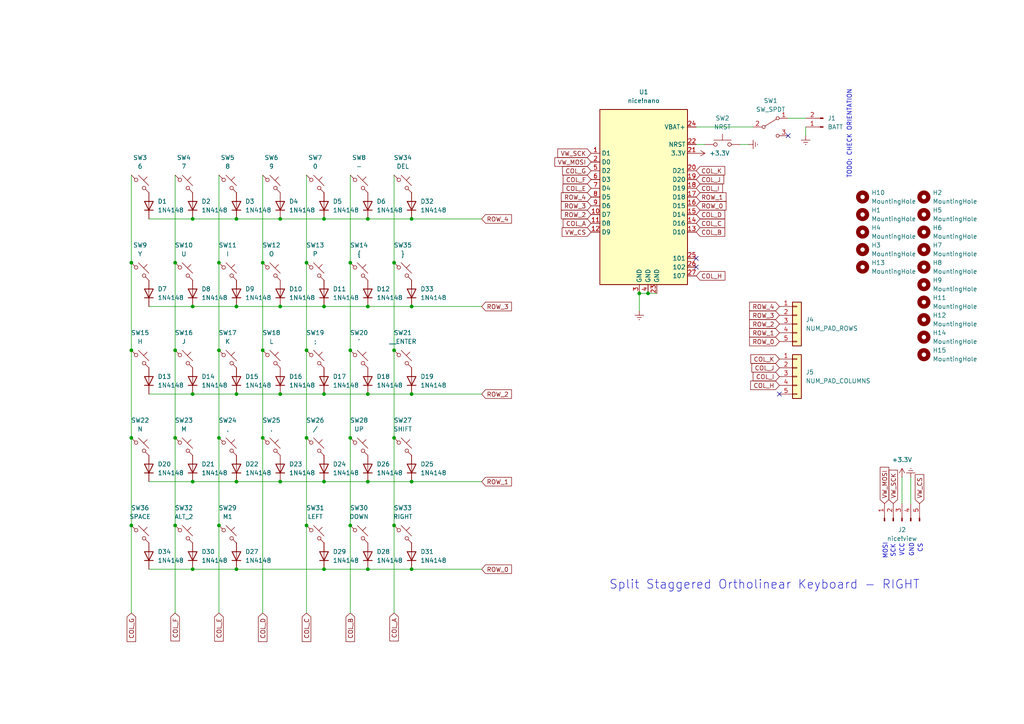
<source format=kicad_sch>
(kicad_sch (version 20231120) (generator "eeschema") (generator_version "8.0")
  (paper "A4")
  (junction (at 55.88 165.1))
  (junction (at 88.9 127))
  (junction (at 55.88 63.5))
  (junction (at 93.98 88.9))
  (junction (at 106.68 114.3))
  (junction (at 106.68 63.5))
  (junction (at 76.2 101.6))
  (junction (at 68.58 88.9))
  (junction (at 106.68 165.1))
  (junction (at 114.3 152.4))
  (junction (at 68.58 114.3))
  (junction (at 119.38 63.5))
  (junction (at 185.42 85.09))
  (junction (at 55.88 139.7))
  (junction (at 38.1 76.2))
  (junction (at 76.2 76.2))
  (junction (at 187.96 85.09))
  (junction (at 38.1 127))
  (junction (at 93.98 63.5))
  (junction (at 38.1 101.6))
  (junction (at 101.6 76.2))
  (junction (at 93.98 114.3))
  (junction (at 76.2 127))
  (junction (at 114.3 101.6))
  (junction (at 55.88 88.9))
  (junction (at 88.9 152.4))
  (junction (at 50.8 127))
  (junction (at 81.28 114.3))
  (junction (at 101.6 152.4))
  (junction (at 119.38 165.1))
  (junction (at 81.28 63.5))
  (junction (at 50.8 152.4))
  (junction (at 101.6 101.6))
  (junction (at 119.38 114.3))
  (junction (at 119.38 88.9))
  (junction (at 63.5 152.4))
  (junction (at 114.3 127))
  (junction (at 63.5 101.6))
  (junction (at 50.8 76.2))
  (junction (at 63.5 76.2))
  (junction (at 50.8 101.6))
  (junction (at 68.58 165.1))
  (junction (at 81.28 139.7))
  (junction (at 63.5 127))
  (junction (at 88.9 76.2))
  (junction (at 114.3 76.2))
  (junction (at 68.58 139.7))
  (junction (at 106.68 88.9))
  (junction (at 68.58 63.5))
  (junction (at 88.9 101.6))
  (junction (at 93.98 139.7))
  (junction (at 81.28 88.9))
  (junction (at 106.68 139.7))
  (junction (at 93.98 165.1))
  (junction (at 101.6 127))
  (junction (at 55.88 114.3))
  (junction (at 119.38 139.7))
  (junction (at 38.1 152.4))
  (no_connect (at 226.06 114.3))
  (no_connect (at 201.93 74.93))
  (no_connect (at 201.93 77.47))
  (no_connect (at 228.6 39.37))
  (wire (pts (xy 76.2 101.6) (xy 76.2 127)))
  (wire (pts (xy 88.9 76.2) (xy 88.9 101.6)))
  (wire (pts (xy 114.3 50.8) (xy 114.3 76.2)))
  (wire (pts (xy 101.6 50.8) (xy 101.6 76.2)))
  (wire (pts (xy 88.9 50.8) (xy 88.9 76.2)))
  (wire (pts (xy 43.18 63.5) (xy 55.88 63.5)))
  (wire (pts (xy 93.98 165.1) (xy 106.68 165.1)))
  (wire (pts (xy 185.42 90.17) (xy 185.42 85.09)))
  (wire (pts (xy 93.98 114.3) (xy 106.68 114.3)))
  (wire (pts (xy 81.28 139.7) (xy 93.98 139.7)))
  (wire (pts (xy 38.1 127) (xy 38.1 152.4)))
  (wire (pts (xy 50.8 76.2) (xy 50.8 101.6)))
  (wire (pts (xy 114.3 152.4) (xy 114.3 177.8)))
  (wire (pts (xy 204.47 41.91) (xy 201.93 41.91)))
  (wire (pts (xy 106.68 63.5) (xy 119.38 63.5)))
  (wire (pts (xy 55.88 114.3) (xy 68.58 114.3)))
  (wire (pts (xy 38.1 101.6) (xy 38.1 127)))
  (wire (pts (xy 119.38 114.3) (xy 139.7 114.3)))
  (wire (pts (xy 119.38 63.5) (xy 139.7 63.5)))
  (wire (pts (xy 63.5 50.8) (xy 63.5 76.2)))
  (wire (pts (xy 101.6 101.6) (xy 101.6 127)))
  (wire (pts (xy 81.28 114.3) (xy 93.98 114.3)))
  (wire (pts (xy 187.96 85.09) (xy 190.5 85.09)))
  (wire (pts (xy 93.98 63.5) (xy 106.68 63.5)))
  (wire (pts (xy 261.62 138.43) (xy 261.62 146.05)))
  (wire (pts (xy 106.68 88.9) (xy 119.38 88.9)))
  (wire (pts (xy 68.58 165.1) (xy 93.98 165.1)))
  (wire (pts (xy 185.42 85.09) (xy 187.96 85.09)))
  (wire (pts (xy 233.68 36.83) (xy 233.68 39.37)))
  (wire (pts (xy 228.6 34.29) (xy 233.68 34.29)))
  (wire (pts (xy 55.88 165.1) (xy 68.58 165.1)))
  (wire (pts (xy 63.5 127) (xy 63.5 152.4)))
  (wire (pts (xy 55.88 63.5) (xy 68.58 63.5)))
  (wire (pts (xy 43.18 114.3) (xy 55.88 114.3)))
  (wire (pts (xy 101.6 127) (xy 101.6 152.4)))
  (wire (pts (xy 88.9 101.6) (xy 88.9 127)))
  (wire (pts (xy 214.63 41.91) (xy 217.17 41.91)))
  (wire (pts (xy 119.38 165.1) (xy 139.7 165.1)))
  (wire (pts (xy 50.8 152.4) (xy 50.8 177.8)))
  (wire (pts (xy 106.68 139.7) (xy 119.38 139.7)))
  (wire (pts (xy 43.18 88.9) (xy 55.88 88.9)))
  (wire (pts (xy 63.5 76.2) (xy 63.5 101.6)))
  (wire (pts (xy 55.88 139.7) (xy 68.58 139.7)))
  (wire (pts (xy 93.98 139.7) (xy 106.68 139.7)))
  (wire (pts (xy 119.38 139.7) (xy 139.7 139.7)))
  (wire (pts (xy 101.6 152.4) (xy 101.6 177.8)))
  (wire (pts (xy 76.2 50.8) (xy 76.2 76.2)))
  (wire (pts (xy 101.6 76.2) (xy 101.6 101.6)))
  (wire (pts (xy 68.58 88.9) (xy 81.28 88.9)))
  (wire (pts (xy 55.88 88.9) (xy 68.58 88.9)))
  (wire (pts (xy 88.9 127) (xy 88.9 152.4)))
  (wire (pts (xy 76.2 76.2) (xy 76.2 101.6)))
  (wire (pts (xy 264.16 138.43) (xy 264.16 146.05)))
  (wire (pts (xy 68.58 139.7) (xy 81.28 139.7)))
  (wire (pts (xy 93.98 88.9) (xy 106.68 88.9)))
  (wire (pts (xy 88.9 152.4) (xy 88.9 177.8)))
  (wire (pts (xy 63.5 152.4) (xy 63.5 177.8)))
  (wire (pts (xy 81.28 63.5) (xy 93.98 63.5)))
  (wire (pts (xy 50.8 50.8) (xy 50.8 76.2)))
  (wire (pts (xy 201.93 36.83) (xy 218.44 36.83)))
  (wire (pts (xy 114.3 101.6) (xy 114.3 127)))
  (wire (pts (xy 119.38 88.9) (xy 139.7 88.9)))
  (wire (pts (xy 68.58 114.3) (xy 81.28 114.3)))
  (wire (pts (xy 76.2 127) (xy 76.2 177.8)))
  (wire (pts (xy 38.1 76.2) (xy 38.1 101.6)))
  (wire (pts (xy 106.68 165.1) (xy 119.38 165.1)))
  (wire (pts (xy 114.3 127) (xy 114.3 152.4)))
  (wire (pts (xy 114.3 76.2) (xy 114.3 101.6)))
  (wire (pts (xy 50.8 101.6) (xy 50.8 127)))
  (wire (pts (xy 50.8 127) (xy 50.8 152.4)))
  (wire (pts (xy 81.28 88.9) (xy 93.98 88.9)))
  (wire (pts (xy 68.58 63.5) (xy 81.28 63.5)))
  (wire (pts (xy 38.1 152.4) (xy 38.1 177.8)))
  (wire (pts (xy 63.5 101.6) (xy 63.5 127)))
  (wire (pts (xy 106.68 114.3) (xy 119.38 114.3)))
  (wire (pts (xy 38.1 50.8) (xy 38.1 76.2)))
  (wire (pts (xy 43.18 165.1) (xy 55.88 165.1)))
  (wire (pts (xy 43.18 139.7) (xy 55.88 139.7)))
  (text "TODO: CHECK ORIENTATION" (at 246.38 38.862 90) (effects (font (size 1.27 1.27))))
  (text "Split Staggered Ortholinear Keyboard - RIGHT" (at 221.742 169.672 0) (effects (font (size 2.54 2.54))))
  (text "CS" (at 266.954 159.004 90) (effects (font (size 1.27 1.27))))
  (text "VCC" (at 261.62 159.512 90) (effects (font (size 1.27 1.27))))
  (text "MOSI" (at 256.794 159.766 90) (effects (font (size 1.27 1.27))))
  (text "GND" (at 264.414 159.512 90) (effects (font (size 1.27 1.27))))
  (text "SCK" (at 259.08 159.766 90) (effects (font (size 1.27 1.27))))
  (global_label "COL_B" (shape input) (at 101.6 177.8 270) (property "Intersheetrefs" "${INTERSHEET_REFS}" (effects (hide yes))))
  (global_label "VW_CS" (shape input) (at 266.7 146.05 90) (property "Intersheetrefs" "${INTERSHEET_REFS}" (effects (hide yes))))
  (global_label "VW_MOSI" (shape input) (at 171.45 46.99 180) (property "Intersheetrefs" "${INTERSHEET_REFS}" (effects (hide yes))))
  (global_label "COL_J" (shape input) (at 226.06 106.68 180) (property "Intersheetrefs" "${INTERSHEET_REFS}" (effects (hide yes))))
  (global_label "ROW_1" (shape input) (at 201.93 57.15 0) (property "Intersheetrefs" "${INTERSHEET_REFS}" (effects (hide yes))))
  (global_label "ROW_4" (shape input) (at 171.45 57.15 180) (property "Intersheetrefs" "${INTERSHEET_REFS}" (effects (hide yes))))
  (global_label "COL_C" (shape input) (at 88.9 177.8 270) (property "Intersheetrefs" "${INTERSHEET_REFS}" (effects (hide yes))))
  (global_label "COL_K" (shape input) (at 201.93 49.53 0) (property "Intersheetrefs" "${INTERSHEET_REFS}" (effects (hide yes))))
  (global_label "VW_SCK" (shape input) (at 259.08 146.05 90) (property "Intersheetrefs" "${INTERSHEET_REFS}" (effects (hide yes))))
  (global_label "ROW_1" (shape input) (at 226.06 96.52 180) (property "Intersheetrefs" "${INTERSHEET_REFS}" (effects (hide yes))))
  (global_label "ROW_0" (shape input) (at 139.7 165.1 0) (property "Intersheetrefs" "${INTERSHEET_REFS}" (effects (hide yes))))
  (global_label "COL_A" (shape input) (at 171.45 64.77 180) (property "Intersheetrefs" "${INTERSHEET_REFS}" (effects (hide yes))))
  (global_label "COL_I" (shape input) (at 226.06 109.22 180) (property "Intersheetrefs" "${INTERSHEET_REFS}" (effects (hide yes))))
  (global_label "COL_C" (shape input) (at 201.93 64.77 0) (property "Intersheetrefs" "${INTERSHEET_REFS}" (effects (hide yes))))
  (global_label "ROW_4" (shape input) (at 226.06 88.9 180) (property "Intersheetrefs" "${INTERSHEET_REFS}" (effects (hide yes))))
  (global_label "ROW_2" (shape input) (at 226.06 93.98 180) (property "Intersheetrefs" "${INTERSHEET_REFS}" (effects (hide yes))))
  (global_label "COL_E" (shape input) (at 171.45 54.61 180) (property "Intersheetrefs" "${INTERSHEET_REFS}" (effects (hide yes))))
  (global_label "COL_G" (shape input) (at 38.1 177.8 270) (property "Intersheetrefs" "${INTERSHEET_REFS}" (effects (hide yes))))
  (global_label "COL_A" (shape input) (at 114.3 177.8 270) (property "Intersheetrefs" "${INTERSHEET_REFS}" (effects (hide yes))))
  (global_label "COL_D" (shape input) (at 76.2 177.8 270) (property "Intersheetrefs" "${INTERSHEET_REFS}" (effects (hide yes))))
  (global_label "ROW_4" (shape input) (at 139.7 63.5 0) (property "Intersheetrefs" "${INTERSHEET_REFS}" (effects (hide yes))))
  (global_label "VW_SCK" (shape input) (at 171.45 44.45 180) (property "Intersheetrefs" "${INTERSHEET_REFS}" (effects (hide yes))))
  (global_label "COL_B" (shape input) (at 201.93 67.31 0) (property "Intersheetrefs" "${INTERSHEET_REFS}" (effects (hide yes))))
  (global_label "ROW_3" (shape input) (at 171.45 59.69 180) (property "Intersheetrefs" "${INTERSHEET_REFS}" (effects (hide yes))))
  (global_label "COL_E" (shape input) (at 63.5 177.8 270) (property "Intersheetrefs" "${INTERSHEET_REFS}" (effects (hide yes))))
  (global_label "ROW_2" (shape input) (at 171.45 62.23 180) (property "Intersheetrefs" "${INTERSHEET_REFS}" (effects (hide yes))))
  (global_label "VW_MOSI" (shape input) (at 256.54 146.05 90) (property "Intersheetrefs" "${INTERSHEET_REFS}" (effects (hide yes))))
  (global_label "COL_I" (shape input) (at 201.93 54.61 0) (property "Intersheetrefs" "${INTERSHEET_REFS}" (effects (hide yes))))
  (global_label "COL_H" (shape input) (at 201.93 80.01 0) (property "Intersheetrefs" "${INTERSHEET_REFS}" (effects (hide yes))))
  (global_label "VW_CS" (shape input) (at 171.45 67.31 180) (property "Intersheetrefs" "${INTERSHEET_REFS}" (effects (hide yes))))
  (global_label "ROW_0" (shape input) (at 226.06 99.06 180) (property "Intersheetrefs" "${INTERSHEET_REFS}" (effects (hide yes))))
  (global_label "COL_F" (shape input) (at 171.45 52.07 180) (property "Intersheetrefs" "${INTERSHEET_REFS}" (effects (hide yes))))
  (global_label "COL_F" (shape input) (at 50.8 177.8 270) (property "Intersheetrefs" "${INTERSHEET_REFS}" (effects (hide yes))))
  (global_label "COL_K" (shape input) (at 226.06 104.14 180) (property "Intersheetrefs" "${INTERSHEET_REFS}" (effects (hide yes))))
  (global_label "COL_H" (shape input) (at 226.06 111.76 180) (property "Intersheetrefs" "${INTERSHEET_REFS}" (effects (hide yes))))
  (global_label "COL_D" (shape input) (at 201.93 62.23 0) (property "Intersheetrefs" "${INTERSHEET_REFS}" (effects (hide yes))))
  (global_label "ROW_0" (shape input) (at 201.93 59.69 0) (property "Intersheetrefs" "${INTERSHEET_REFS}" (effects (hide yes))))
  (global_label "COL_J" (shape input) (at 201.93 52.07 0) (property "Intersheetrefs" "${INTERSHEET_REFS}" (effects (hide yes))))
  (global_label "ROW_2" (shape input) (at 139.7 114.3 0) (property "Intersheetrefs" "${INTERSHEET_REFS}" (effects (hide yes))))
  (global_label "ROW_3" (shape input) (at 139.7 88.9 0) (property "Intersheetrefs" "${INTERSHEET_REFS}" (effects (hide yes))))
  (global_label "ROW_1" (shape input) (at 139.7 139.7 0) (property "Intersheetrefs" "${INTERSHEET_REFS}" (effects (hide yes))))
  (global_label "ROW_3" (shape input) (at 226.06 91.44 180) (property "Intersheetrefs" "${INTERSHEET_REFS}" (effects (hide yes))))
  (global_label "COL_G" (shape input) (at 171.45 49.53 180) (property "Intersheetrefs" "${INTERSHEET_REFS}" (effects (hide yes))))
  (symbol (lib_id "ScottoKeebs:Placeholder_Keyswitch") (at 53.34 78.74 0) (unit 1)
    (property "Reference" "SW10" (at 53.34 71.12 0))
    (property "Value" "U" (at 53.34 73.66 0))
    (property "Footprint" "ScottoKeebs_Hotswap:Hotswap_Choc_V1V2" (effects (hide yes)))
    (property "Description" "Push button switch, normally open, two pins, 45° tilted" (effects (hide yes)))
  )
  (symbol (lib_id "synth:D_Signal (1N4148)") (at 81.28 59.69 90) (unit 1)
    (property "Reference" "D4" (at 83.82 58.4199 90) (effects (justify right)))
    (property "Value" "1N4148" (at 83.82 60.9599 90) (effects (justify right)))
    (property "Footprint" "Synth:D_SMD-THT" (effects (hide yes)))
    (property "Datasheet" "https://assets.nexperia.com/documents/data-sheet/1N4148_1N4448.pdf" (effects (hide yes)))
    (property "Description" "100V 0.15A standard switching diode, DO-35" (effects (hide yes)))
    (property "Sim.Device" "D" (effects (hide yes)))
    (property "Sim.Pins" "1=K 2=A" (effects (hide yes)))
  )
  (symbol (lib_id "ScottoKeebs:Placeholder_Keyswitch") (at 53.34 154.94 0) (unit 1)
    (property "Reference" "SW32" (at 53.34 147.32 0))
    (property "Value" "ALT_2" (at 53.34 149.86 0))
    (property "Footprint" "ScottoKeebs_Hotswap:Hotswap_Choc_V1V2" (effects (hide yes)))
    (property "Description" "Push button switch, normally open, two pins, 45° tilted" (effects (hide yes)))
  )
  (symbol (lib_id "synth:D_Signal (1N4148)") (at 55.88 161.29 90) (unit 1)
    (property "Reference" "D30" (at 58.42 160.0199 90) (effects (justify right)))
    (property "Value" "1N4148" (at 58.42 162.5599 90) (effects (justify right)))
    (property "Footprint" "Synth:D_SMD-THT" (effects (hide yes)))
    (property "Datasheet" "https://assets.nexperia.com/documents/data-sheet/1N4148_1N4448.pdf" (effects (hide yes)))
    (property "Description" "100V 0.15A standard switching diode, DO-35" (effects (hide yes)))
    (property "Sim.Device" "D" (effects (hide yes)))
    (property "Sim.Pins" "1=K 2=A" (effects (hide yes)))
  )
  (symbol (lib_id "synth:D_Signal (1N4148)") (at 68.58 59.69 90) (unit 1)
    (property "Reference" "D3" (at 71.12 58.4199 90) (effects (justify right)))
    (property "Value" "1N4148" (at 71.12 60.9599 90) (effects (justify right)))
    (property "Footprint" "Synth:D_SMD-THT" (effects (hide yes)))
    (property "Datasheet" "https://assets.nexperia.com/documents/data-sheet/1N4148_1N4448.pdf" (effects (hide yes)))
    (property "Description" "100V 0.15A standard switching diode, DO-35" (effects (hide yes)))
    (property "Sim.Device" "D" (effects (hide yes)))
    (property "Sim.Pins" "1=K 2=A" (effects (hide yes)))
  )
  (symbol (lib_id "ScottoKeebs:Placeholder_Keyswitch") (at 78.74 53.34 0) (unit 1)
    (property "Reference" "SW6" (at 78.74 45.72 0))
    (property "Value" "9" (at 78.74 48.26 0))
    (property "Footprint" "ScottoKeebs_Hotswap:Hotswap_Choc_V1V2" (effects (hide yes)))
    (property "Description" "Push button switch, normally open, two pins, 45° tilted" (effects (hide yes)))
  )
  (symbol (lib_id "Connector:Conn_01x02_Pin") (at 238.76 36.83 180) (unit 1)
    (property "Reference" "J1" (at 240.03 34.2899 0) (effects (justify right)))
    (property "Value" "BATT" (at 240.03 36.8299 0) (effects (justify right)))
    (property "Footprint" "Connector_JST:JST_PH_S2B-PH-K_1x02_P2.00mm_Horizontal" (effects (hide yes)))
    (property "Description" "Generic connector, single row, 01x02, script generated" (effects (hide yes)))
  )
  (symbol (lib_id "Mechanical:MountingHole") (at 267.97 57.15 0) (unit 1) (exclude_from_sim yes) (in_bom no)
    (property "Reference" "H2" (at 270.51 55.8799 0) (effects (justify left)))
    (property "Value" "MountingHole" (at 270.51 58.4199 0) (effects (justify left)))
    (property "Footprint" "keyboard:MountingPin_M2" (effects (hide yes)))
    (property "Description" "Mounting Hole without connection" (effects (hide yes)))
  )
  (symbol (lib_id "synth:D_Signal (1N4148)") (at 55.88 59.69 90) (unit 1)
    (property "Reference" "D2" (at 58.42 58.4199 90) (effects (justify right)))
    (property "Value" "1N4148" (at 58.42 60.9599 90) (effects (justify right)))
    (property "Footprint" "Synth:D_SMD-THT" (effects (hide yes)))
    (property "Datasheet" "https://assets.nexperia.com/documents/data-sheet/1N4148_1N4448.pdf" (effects (hide yes)))
    (property "Description" "100V 0.15A standard switching diode, DO-35" (effects (hide yes)))
    (property "Sim.Device" "D" (effects (hide yes)))
    (property "Sim.Pins" "1=K 2=A" (effects (hide yes)))
  )
  (symbol (lib_id "Mechanical:MountingHole") (at 267.97 72.39 0) (unit 1) (exclude_from_sim yes) (in_bom no)
    (property "Reference" "H7" (at 270.51 71.1199 0) (effects (justify left)))
    (property "Value" "MountingHole" (at 270.51 73.6599 0) (effects (justify left)))
    (property "Footprint" "keyboard:MountingPin_M2" (effects (hide yes)))
    (property "Description" "Mounting Hole without connection" (effects (hide yes)))
  )
  (symbol (lib_id "ScottoKeebs:Placeholder_Keyswitch") (at 91.44 154.94 0) (unit 1)
    (property "Reference" "SW31" (at 91.44 147.32 0))
    (property "Value" "LEFT" (at 91.44 149.86 0))
    (property "Footprint" "ScottoKeebs_Hotswap:Hotswap_Choc_V1V2" (effects (hide yes)))
    (property "Description" "Push button switch, normally open, two pins, 45° tilted" (effects (hide yes)))
  )
  (symbol (lib_id "Mechanical:MountingHole") (at 250.19 77.47 0) (unit 1) (exclude_from_sim yes) (in_bom no)
    (property "Reference" "H13" (at 252.73 76.1999 0) (effects (justify left)))
    (property "Value" "MountingHole" (at 252.73 78.7399 0) (effects (justify left)))
    (property "Footprint" "keyboard:MountingPin_M3" (effects (hide yes)))
    (property "Description" "Mounting Hole without connection" (effects (hide yes)))
  )
  (symbol (lib_id "synth:D_Signal (1N4148)") (at 43.18 85.09 90) (unit 1)
    (property "Reference" "D7" (at 45.72 83.8199 90) (effects (justify right)))
    (property "Value" "1N4148" (at 45.72 86.3599 90) (effects (justify right)))
    (property "Footprint" "Synth:D_SMD-THT" (effects (hide yes)))
    (property "Datasheet" "https://assets.nexperia.com/documents/data-sheet/1N4148_1N4448.pdf" (effects (hide yes)))
    (property "Description" "100V 0.15A standard switching diode, DO-35" (effects (hide yes)))
    (property "Sim.Device" "D" (effects (hide yes)))
    (property "Sim.Pins" "1=K 2=A" (effects (hide yes)))
  )
  (symbol (lib_id "Mechanical:MountingHole") (at 267.97 92.71 0) (unit 1) (exclude_from_sim yes) (in_bom no)
    (property "Reference" "H12" (at 270.51 91.4399 0) (effects (justify left)))
    (property "Value" "MountingHole" (at 270.51 93.9799 0) (effects (justify left)))
    (property "Footprint" "keyboard:MountingPin_M2" (effects (hide yes)))
    (property "Description" "Mounting Hole without connection" (effects (hide yes)))
  )
  (symbol (lib_id "ScottoKeebs:Placeholder_Keyswitch") (at 40.64 129.54 0) (unit 1)
    (property "Reference" "SW22" (at 40.64 121.92 0))
    (property "Value" "N" (at 40.64 124.46 0))
    (property "Footprint" "ScottoKeebs_Hotswap:Hotswap_Choc_V1V2" (effects (hide yes)))
    (property "Description" "Push button switch, normally open, two pins, 45° tilted" (effects (hide yes)))
  )
  (symbol (lib_id "Mechanical:MountingHole") (at 267.97 62.23 0) (unit 1) (exclude_from_sim yes) (in_bom no)
    (property "Reference" "H5" (at 270.51 60.9599 0) (effects (justify left)))
    (property "Value" "MountingHole" (at 270.51 63.4999 0) (effects (justify left)))
    (property "Footprint" "keyboard:MountingPin_M2" (effects (hide yes)))
    (property "Description" "Mounting Hole without connection" (effects (hide yes)))
  )
  (symbol (lib_id "synth:D_Signal (1N4148)") (at 81.28 135.89 90) (unit 1)
    (property "Reference" "D23" (at 83.82 134.6199 90) (effects (justify right)))
    (property "Value" "1N4148" (at 83.82 137.1599 90) (effects (justify right)))
    (property "Footprint" "Synth:D_SMD-THT" (effects (hide yes)))
    (property "Datasheet" "https://assets.nexperia.com/documents/data-sheet/1N4148_1N4448.pdf" (effects (hide yes)))
    (property "Description" "100V 0.15A standard switching diode, DO-35" (effects (hide yes)))
    (property "Sim.Device" "D" (effects (hide yes)))
    (property "Sim.Pins" "1=K 2=A" (effects (hide yes)))
  )
  (symbol (lib_id "synth:D_Signal (1N4148)") (at 55.88 135.89 90) (unit 1)
    (property "Reference" "D21" (at 58.42 134.6199 90) (effects (justify right)))
    (property "Value" "1N4148" (at 58.42 137.1599 90) (effects (justify right)))
    (property "Footprint" "Synth:D_SMD-THT" (effects (hide yes)))
    (property "Datasheet" "https://assets.nexperia.com/documents/data-sheet/1N4148_1N4448.pdf" (effects (hide yes)))
    (property "Description" "100V 0.15A standard switching diode, DO-35" (effects (hide yes)))
    (property "Sim.Device" "D" (effects (hide yes)))
    (property "Sim.Pins" "1=K 2=A" (effects (hide yes)))
  )
  (symbol (lib_id "synth:D_Signal (1N4148)") (at 81.28 85.09 90) (unit 1)
    (property "Reference" "D10" (at 83.82 83.8199 90) (effects (justify right)))
    (property "Value" "1N4148" (at 83.82 86.3599 90) (effects (justify right)))
    (property "Footprint" "Synth:D_SMD-THT" (effects (hide yes)))
    (property "Datasheet" "https://assets.nexperia.com/documents/data-sheet/1N4148_1N4448.pdf" (effects (hide yes)))
    (property "Description" "100V 0.15A standard switching diode, DO-35" (effects (hide yes)))
    (property "Sim.Device" "D" (effects (hide yes)))
    (property "Sim.Pins" "1=K 2=A" (effects (hide yes)))
  )
  (symbol (lib_id "power:+3.3V") (at 201.93 44.45 270) (unit 1)
    (property "Reference" "#PWR03" (effects (hide yes)))
    (property "Value" "+3.3V" (at 205.74 44.4499 90) (effects (justify left)))
    (property "Description" "Power symbol creates a global label with name \"+3.3V\"" (effects (hide yes)))
  )
  (symbol (lib_id "synth:D_Signal (1N4148)") (at 106.68 59.69 90) (unit 1)
    (property "Reference" "D6" (at 109.22 58.4199 90) (effects (justify right)))
    (property "Value" "1N4148" (at 109.22 60.9599 90) (effects (justify right)))
    (property "Footprint" "Synth:D_SMD-THT" (effects (hide yes)))
    (property "Datasheet" "https://assets.nexperia.com/documents/data-sheet/1N4148_1N4448.pdf" (effects (hide yes)))
    (property "Description" "100V 0.15A standard switching diode, DO-35" (effects (hide yes)))
    (property "Sim.Device" "D" (effects (hide yes)))
    (property "Sim.Pins" "1=K 2=A" (effects (hide yes)))
  )
  (symbol (lib_id "Mechanical:MountingHole") (at 267.97 97.79 0) (unit 1) (exclude_from_sim yes) (in_bom no)
    (property "Reference" "H14" (at 270.51 96.5199 0) (effects (justify left)))
    (property "Value" "MountingHole" (at 270.51 99.0599 0) (effects (justify left)))
    (property "Footprint" "keyboard:MountingPin_M2" (effects (hide yes)))
    (property "Description" "Mounting Hole without connection" (effects (hide yes)))
  )
  (symbol (lib_id "Mechanical:MountingHole") (at 250.19 72.39 0) (unit 1) (exclude_from_sim yes) (in_bom no)
    (property "Reference" "H3" (at 252.73 71.1199 0) (effects (justify left)))
    (property "Value" "MountingHole" (at 252.73 73.6599 0) (effects (justify left)))
    (property "Footprint" "keyboard:MountingPin_M3" (effects (hide yes)))
    (property "Description" "Mounting Hole without connection" (effects (hide yes)))
  )
  (symbol (lib_id "synth:D_Signal (1N4148)") (at 106.68 85.09 90) (unit 1)
    (property "Reference" "D12" (at 109.22 83.8199 90) (effects (justify right)))
    (property "Value" "1N4148" (at 109.22 86.3599 90) (effects (justify right)))
    (property "Footprint" "Synth:D_SMD-THT" (effects (hide yes)))
    (property "Datasheet" "https://assets.nexperia.com/documents/data-sheet/1N4148_1N4448.pdf" (effects (hide yes)))
    (property "Description" "100V 0.15A standard switching diode, DO-35" (effects (hide yes)))
    (property "Sim.Device" "D" (effects (hide yes)))
    (property "Sim.Pins" "1=K 2=A" (effects (hide yes)))
  )
  (symbol (lib_id "ScottoKeebs:Placeholder_Keyswitch") (at 104.14 129.54 0) (unit 1)
    (property "Reference" "SW28" (at 104.14 121.92 0))
    (property "Value" "UP" (at 104.14 124.46 0))
    (property "Footprint" "ScottoKeebs_Hotswap:Hotswap_Choc_V1V2" (effects (hide yes)))
    (property "Description" "Push button switch, normally open, two pins, 45° tilted" (effects (hide yes)))
  )
  (symbol (lib_id "Connector_Generic:Conn_01x05") (at 231.14 109.22 0) (unit 1)
    (property "Reference" "J5" (at 233.68 107.9499 0) (effects (justify left)))
    (property "Value" "NUM_PAD_COLUMNS" (at 233.68 110.4899 0) (effects (justify left)))
    (property "Footprint" "Connector_PinHeader_2.54mm:PinHeader_1x05_P2.54mm_Horizontal" (effects (hide yes)))
    (property "Description" "Generic connector, single row, 01x05, script generated (kicad-library-utils/schlib/autogen/connector/)" (effects (hide yes)))
  )
  (symbol (lib_id "synth:D_Signal (1N4148)") (at 68.58 135.89 90) (unit 1)
    (property "Reference" "D22" (at 71.12 134.6199 90) (effects (justify right)))
    (property "Value" "1N4148" (at 71.12 137.1599 90) (effects (justify right)))
    (property "Footprint" "Synth:D_SMD-THT" (effects (hide yes)))
    (property "Datasheet" "https://assets.nexperia.com/documents/data-sheet/1N4148_1N4448.pdf" (effects (hide yes)))
    (property "Description" "100V 0.15A standard switching diode, DO-35" (effects (hide yes)))
    (property "Sim.Device" "D" (effects (hide yes)))
    (property "Sim.Pins" "1=K 2=A" (effects (hide yes)))
  )
  (symbol (lib_id "synth:D_Signal (1N4148)") (at 106.68 161.29 90) (unit 1)
    (property "Reference" "D28" (at 109.22 160.0199 90) (effects (justify right)))
    (property "Value" "1N4148" (at 109.22 162.5599 90) (effects (justify right)))
    (property "Footprint" "Synth:D_SMD-THT" (effects (hide yes)))
    (property "Datasheet" "https://assets.nexperia.com/documents/data-sheet/1N4148_1N4448.pdf" (effects (hide yes)))
    (property "Description" "100V 0.15A standard switching diode, DO-35" (effects (hide yes)))
    (property "Sim.Device" "D" (effects (hide yes)))
    (property "Sim.Pins" "1=K 2=A" (effects (hide yes)))
  )
  (symbol (lib_id "synth:D_Signal (1N4148)") (at 43.18 135.89 90) (unit 1)
    (property "Reference" "D20" (at 45.72 134.6199 90) (effects (justify right)))
    (property "Value" "1N4148" (at 45.72 137.1599 90) (effects (justify right)))
    (property "Footprint" "Synth:D_SMD-THT" (effects (hide yes)))
    (property "Datasheet" "https://assets.nexperia.com/documents/data-sheet/1N4148_1N4448.pdf" (effects (hide yes)))
    (property "Description" "100V 0.15A standard switching diode, DO-35" (effects (hide yes)))
    (property "Sim.Device" "D" (effects (hide yes)))
    (property "Sim.Pins" "1=K 2=A" (effects (hide yes)))
  )
  (symbol (lib_id "synth:D_Signal (1N4148)") (at 106.68 135.89 90) (unit 1)
    (property "Reference" "D26" (at 109.22 134.6199 90) (effects (justify right)))
    (property "Value" "1N4148" (at 109.22 137.1599 90) (effects (justify right)))
    (property "Footprint" "Synth:D_SMD-THT" (effects (hide yes)))
    (property "Datasheet" "https://assets.nexperia.com/documents/data-sheet/1N4148_1N4448.pdf" (effects (hide yes)))
    (property "Description" "100V 0.15A standard switching diode, DO-35" (effects (hide yes)))
    (property "Sim.Device" "D" (effects (hide yes)))
    (property "Sim.Pins" "1=K 2=A" (effects (hide yes)))
  )
  (symbol (lib_id "Connector:Conn_01x05_Pin") (at 261.62 151.13 90) (unit 1)
    (property "Reference" "J2" (at 261.62 153.67 90))
    (property "Value" "nice!view" (at 261.62 156.21 90))
    (property "Footprint" "Connector_PinHeader_2.54mm:PinHeader_1x05_P2.54mm_Vertical" (effects (hide yes)))
    (property "Description" "Generic connector, single row, 01x05, script generated" (effects (hide yes)))
  )
  (symbol (lib_id "synth:SW_SPDT") (at 223.52 36.83 0) (unit 1)
    (property "Reference" "SW1" (at 223.52 29.21 0))
    (property "Value" "SW_SPDT" (at 223.52 31.75 0))
    (property "Footprint" "ScottoKeebs_Components:Switch_MSK12C02" (effects (hide yes)))
    (property "Description" "Switch, single pole double throw" (effects (hide yes)))
  )
  (symbol (lib_id "ScottoKeebs:Placeholder_Keyswitch") (at 104.14 78.74 0) (unit 1)
    (property "Reference" "SW14" (at 104.14 71.12 0))
    (property "Value" "{" (at 104.14 73.66 0))
    (property "Footprint" "ScottoKeebs_Hotswap:Hotswap_Choc_V1V2" (effects (hide yes)))
    (property "Description" "Push button switch, normally open, two pins, 45° tilted" (effects (hide yes)))
  )
  (symbol (lib_id "synth:D_Signal (1N4148)") (at 93.98 110.49 90) (unit 1)
    (property "Reference" "D17" (at 96.52 109.2199 90) (effects (justify right)))
    (property "Value" "1N4148" (at 96.52 111.7599 90) (effects (justify right)))
    (property "Footprint" "Synth:D_SMD-THT" (effects (hide yes)))
    (property "Datasheet" "https://assets.nexperia.com/documents/data-sheet/1N4148_1N4448.pdf" (effects (hide yes)))
    (property "Description" "100V 0.15A standard switching diode, DO-35" (effects (hide yes)))
    (property "Sim.Device" "D" (effects (hide yes)))
    (property "Sim.Pins" "1=K 2=A" (effects (hide yes)))
  )
  (symbol (lib_id "Connector_Generic:Conn_01x05") (at 231.14 93.98 0) (unit 1)
    (property "Reference" "J4" (at 233.68 92.7099 0) (effects (justify left)))
    (property "Value" "NUM_PAD_ROWS" (at 233.68 95.2499 0) (effects (justify left)))
    (property "Footprint" "Connector_PinHeader_2.54mm:PinHeader_1x05_P2.54mm_Horizontal" (effects (hide yes)))
    (property "Description" "Generic connector, single row, 01x05, script generated (kicad-library-utils/schlib/autogen/connector/)" (effects (hide yes)))
  )
  (symbol (lib_id "ScottoKeebs:Placeholder_Keyswitch") (at 116.84 78.74 0) (unit 1)
    (property "Reference" "SW35" (at 116.84 71.12 0))
    (property "Value" "}" (at 116.84 73.66 0))
    (property "Footprint" "ScottoKeebs_Hotswap:Hotswap_Choc_V1V2" (effects (hide yes)))
    (property "Description" "Push button switch, normally open, two pins, 45° tilted" (effects (hide yes)))
  )
  (symbol (lib_id "synth:D_Signal (1N4148)") (at 119.38 59.69 90) (unit 1)
    (property "Reference" "D32" (at 121.92 58.4199 90) (effects (justify right)))
    (property "Value" "1N4148" (at 121.92 60.9599 90) (effects (justify right)))
    (property "Footprint" "Synth:D_SMD-THT" (effects (hide yes)))
    (property "Datasheet" "https://assets.nexperia.com/documents/data-sheet/1N4148_1N4448.pdf" (effects (hide yes)))
    (property "Description" "100V 0.15A standard switching diode, DO-35" (effects (hide yes)))
    (property "Sim.Device" "D" (effects (hide yes)))
    (property "Sim.Pins" "1=K 2=A" (effects (hide yes)))
  )
  (symbol (lib_id "ScottoKeebs:Placeholder_Keyswitch") (at 66.04 154.94 0) (unit 1)
    (property "Reference" "SW29" (at 66.04 147.32 0))
    (property "Value" "M1" (at 66.04 149.86 0))
    (property "Footprint" "ScottoKeebs_Hotswap:Hotswap_Choc_V1V2" (effects (hide yes)))
    (property "Description" "Push button switch, normally open, two pins, 45° tilted" (effects (hide yes)))
  )
  (symbol (lib_id "ScottoKeebs:Placeholder_Keyswitch") (at 91.44 104.14 0) (unit 1)
    (property "Reference" "SW19" (at 91.44 96.52 0))
    (property "Value" ";" (at 91.44 99.06 0))
    (property "Footprint" "ScottoKeebs_Hotswap:Hotswap_Choc_V1V2" (effects (hide yes)))
    (property "Description" "Push button switch, normally open, two pins, 45° tilted" (effects (hide yes)))
  )
  (symbol (lib_id "power:GNDREF") (at 185.42 90.17 0) (unit 1)
    (property "Reference" "#PWR04" (effects (hide yes)))
    (property "Value" "GNDREF" (effects (hide yes)))
    (property "Description" "Power symbol creates a global label with name \"GNDREF\" , reference supply ground" (effects (hide yes)))
  )
  (symbol (lib_id "synth:D_Signal (1N4148)") (at 55.88 85.09 90) (unit 1)
    (property "Reference" "D8" (at 58.42 83.8199 90) (effects (justify right)))
    (property "Value" "1N4148" (at 58.42 86.3599 90) (effects (justify right)))
    (property "Footprint" "Synth:D_SMD-THT" (effects (hide yes)))
    (property "Datasheet" "https://assets.nexperia.com/documents/data-sheet/1N4148_1N4448.pdf" (effects (hide yes)))
    (property "Description" "100V 0.15A standard switching diode, DO-35" (effects (hide yes)))
    (property "Sim.Device" "D" (effects (hide yes)))
    (property "Sim.Pins" "1=K 2=A" (effects (hide yes)))
  )
  (symbol (lib_id "synth:D_Signal (1N4148)") (at 119.38 161.29 90) (unit 1)
    (property "Reference" "D31" (at 121.92 160.0199 90) (effects (justify right)))
    (property "Value" "1N4148" (at 121.92 162.5599 90) (effects (justify right)))
    (property "Footprint" "Synth:D_SMD-THT" (effects (hide yes)))
    (property "Datasheet" "https://assets.nexperia.com/documents/data-sheet/1N4148_1N4448.pdf" (effects (hide yes)))
    (property "Description" "100V 0.15A standard switching diode, DO-35" (effects (hide yes)))
    (property "Sim.Device" "D" (effects (hide yes)))
    (property "Sim.Pins" "1=K 2=A" (effects (hide yes)))
  )
  (symbol (lib_id "synth:D_Signal (1N4148)") (at 68.58 85.09 90) (unit 1)
    (property "Reference" "D9" (at 71.12 83.8199 90) (effects (justify right)))
    (property "Value" "1N4148" (at 71.12 86.3599 90) (effects (justify right)))
    (property "Footprint" "Synth:D_SMD-THT" (effects (hide yes)))
    (property "Datasheet" "https://assets.nexperia.com/documents/data-sheet/1N4148_1N4448.pdf" (effects (hide yes)))
    (property "Description" "100V 0.15A standard switching diode, DO-35" (effects (hide yes)))
    (property "Sim.Device" "D" (effects (hide yes)))
    (property "Sim.Pins" "1=K 2=A" (effects (hide yes)))
  )
  (symbol (lib_id "synth:D_Signal (1N4148)") (at 43.18 110.49 90) (unit 1)
    (property "Reference" "D13" (at 45.72 109.2199 90) (effects (justify right)))
    (property "Value" "1N4148" (at 45.72 111.7599 90) (effects (justify right)))
    (property "Footprint" "Synth:D_SMD-THT" (effects (hide yes)))
    (property "Datasheet" "https://assets.nexperia.com/documents/data-sheet/1N4148_1N4448.pdf" (effects (hide yes)))
    (property "Description" "100V 0.15A standard switching diode, DO-35" (effects (hide yes)))
    (property "Sim.Device" "D" (effects (hide yes)))
    (property "Sim.Pins" "1=K 2=A" (effects (hide yes)))
  )
  (symbol (lib_id "synth:D_Signal (1N4148)") (at 68.58 161.29 90) (unit 1)
    (property "Reference" "D27" (at 71.12 160.0199 90) (effects (justify right)))
    (property "Value" "1N4148" (at 71.12 162.5599 90) (effects (justify right)))
    (property "Footprint" "Synth:D_SMD-THT" (effects (hide yes)))
    (property "Datasheet" "https://assets.nexperia.com/documents/data-sheet/1N4148_1N4448.pdf" (effects (hide yes)))
    (property "Description" "100V 0.15A standard switching diode, DO-35" (effects (hide yes)))
    (property "Sim.Device" "D" (effects (hide yes)))
    (property "Sim.Pins" "1=K 2=A" (effects (hide yes)))
  )
  (symbol (lib_id "power:GNDREF") (at 233.68 39.37 0) (unit 1)
    (property "Reference" "#PWR01" (effects (hide yes)))
    (property "Value" "GNDREF" (effects (hide yes)))
    (property "Description" "Power symbol creates a global label with name \"GNDREF\" , reference supply ground" (effects (hide yes)))
  )
  (symbol (lib_id "Switch:SW_Push") (at 209.55 41.91 0) (unit 1)
    (property "Reference" "SW2" (at 209.55 34.29 0))
    (property "Value" "NRST" (at 209.55 36.83 0))
    (property "Footprint" "Synth:SW_PUSH_6mm" (effects (hide yes)))
    (property "Description" "Push button switch, generic, two pins" (effects (hide yes)))
  )
  (symbol (lib_id "ScottoKeebs:Placeholder_Keyswitch") (at 66.04 104.14 0) (unit 1)
    (property "Reference" "SW17" (at 66.04 96.52 0))
    (property "Value" "K" (at 66.04 99.06 0))
    (property "Footprint" "ScottoKeebs_Hotswap:Hotswap_Choc_V1V2" (effects (hide yes)))
    (property "Description" "Push button switch, normally open, two pins, 45° tilted" (effects (hide yes)))
  )
  (symbol (lib_id "Mechanical:MountingHole") (at 267.97 102.87 0) (unit 1) (exclude_from_sim yes) (in_bom no)
    (property "Reference" "H15" (at 270.51 101.5999 0) (effects (justify left)))
    (property "Value" "MountingHole" (at 270.51 104.1399 0) (effects (justify left)))
    (property "Footprint" "keyboard:MountingPin_M2" (effects (hide yes)))
    (property "Description" "Mounting Hole without connection" (effects (hide yes)))
  )
  (symbol (lib_id "synth:D_Signal (1N4148)") (at 43.18 161.29 90) (unit 1)
    (property "Reference" "D34" (at 45.72 160.0199 90) (effects (justify right)))
    (property "Value" "1N4148" (at 45.72 162.5599 90) (effects (justify right)))
    (property "Footprint" "Synth:D_SMD-THT" (effects (hide yes)))
    (property "Datasheet" "https://assets.nexperia.com/documents/data-sheet/1N4148_1N4448.pdf" (effects (hide yes)))
    (property "Description" "100V 0.15A standard switching diode, DO-35" (effects (hide yes)))
    (property "Sim.Device" "D" (effects (hide yes)))
    (property "Sim.Pins" "1=K 2=A" (effects (hide yes)))
  )
  (symbol (lib_id "Mechanical:MountingHole") (at 267.97 77.47 0) (unit 1) (exclude_from_sim yes) (in_bom no)
    (property "Reference" "H8" (at 270.51 76.1999 0) (effects (justify left)))
    (property "Value" "MountingHole" (at 270.51 78.7399 0) (effects (justify left)))
    (property "Footprint" "keyboard:MountingPin_M2" (effects (hide yes)))
    (property "Description" "Mounting Hole without connection" (effects (hide yes)))
  )
  (symbol (lib_id "synth:D_Signal (1N4148)") (at 81.28 110.49 90) (unit 1)
    (property "Reference" "D16" (at 83.82 109.2199 90) (effects (justify right)))
    (property "Value" "1N4148" (at 83.82 111.7599 90) (effects (justify right)))
    (property "Footprint" "Synth:D_SMD-THT" (effects (hide yes)))
    (property "Datasheet" "https://assets.nexperia.com/documents/data-sheet/1N4148_1N4448.pdf" (effects (hide yes)))
    (property "Description" "100V 0.15A standard switching diode, DO-35" (effects (hide yes)))
    (property "Sim.Device" "D" (effects (hide yes)))
    (property "Sim.Pins" "1=K 2=A" (effects (hide yes)))
  )
  (symbol (lib_id "Mechanical:MountingHole") (at 267.97 87.63 0) (unit 1) (exclude_from_sim yes) (in_bom no)
    (property "Reference" "H11" (at 270.51 86.3599 0) (effects (justify left)))
    (property "Value" "MountingHole" (at 270.51 88.8999 0) (effects (justify left)))
    (property "Footprint" "keyboard:MountingPin_M2" (effects (hide yes)))
    (property "Description" "Mounting Hole without connection" (effects (hide yes)))
  )
  (symbol (lib_id "ScottoKeebs:Placeholder_Keyswitch") (at 53.34 53.34 0) (unit 1)
    (property "Reference" "SW4" (at 53.34 45.72 0))
    (property "Value" "7" (at 53.34 48.26 0))
    (property "Footprint" "ScottoKeebs_Hotswap:Hotswap_Choc_V1V2" (effects (hide yes)))
    (property "Description" "Push button switch, normally open, two pins, 45° tilted" (effects (hide yes)))
  )
  (symbol (lib_id "power:GNDREF") (at 264.16 138.43 180) (unit 1)
    (property "Reference" "#PWR06" (effects (hide yes)))
    (property "Value" "GNDREF" (effects (hide yes)))
    (property "Description" "Power symbol creates a global label with name \"GNDREF\" , reference supply ground" (effects (hide yes)))
  )
  (symbol (lib_id "ScottoKeebs:Placeholder_Keyswitch") (at 116.84 53.34 0) (unit 1)
    (property "Reference" "SW34" (at 116.84 45.72 0))
    (property "Value" "DEL" (at 116.84 48.26 0))
    (property "Footprint" "ScottoKeebs_Hotswap:Hotswap_Choc_V1V2" (effects (hide yes)))
    (property "Description" "Push button switch, normally open, two pins, 45° tilted" (effects (hide yes)))
  )
  (symbol (lib_id "ScottoKeebs:Placeholder_Keyswitch") (at 78.74 129.54 0) (unit 1)
    (property "Reference" "SW25" (at 78.74 121.92 0))
    (property "Value" "." (at 78.74 124.46 0))
    (property "Footprint" "ScottoKeebs_Hotswap:Hotswap_Choc_V1V2" (effects (hide yes)))
    (property "Description" "Push button switch, normally open, two pins, 45° tilted" (effects (hide yes)))
  )
  (symbol (lib_id "ScottoKeebs:Placeholder_Keyswitch") (at 91.44 53.34 0) (unit 1)
    (property "Reference" "SW7" (at 91.44 45.72 0))
    (property "Value" "0" (at 91.44 48.26 0))
    (property "Footprint" "ScottoKeebs_Hotswap:Hotswap_Choc_V1V2" (effects (hide yes)))
    (property "Description" "Push button switch, normally open, two pins, 45° tilted" (effects (hide yes)))
  )
  (symbol (lib_id "keyboards:nice!nano") (at 186.69 57.15 0) (unit 1)
    (property "Reference" "U1" (at 186.69 26.67 0))
    (property "Value" "nice!nano" (at 186.69 29.21 0))
    (property "Footprint" "keyboard:nice!nano" (effects (hide yes)))
    (property "Datasheet" "https://nicekeyboards.com/docs/nice-nano/pinout-schematic" (effects (hide yes)))
    (property "Description" "Nice!Nano" (effects (hide yes)))
  )
  (symbol (lib_id "synth:D_Signal (1N4148)") (at 119.38 85.09 90) (unit 1)
    (property "Reference" "D33" (at 121.92 83.8199 90) (effects (justify right)))
    (property "Value" "1N4148" (at 121.92 86.3599 90) (effects (justify right)))
    (property "Footprint" "Synth:D_SMD-THT" (effects (hide yes)))
    (property "Datasheet" "https://assets.nexperia.com/documents/data-sheet/1N4148_1N4448.pdf" (effects (hide yes)))
    (property "Description" "100V 0.15A standard switching diode, DO-35" (effects (hide yes)))
    (property "Sim.Device" "D" (effects (hide yes)))
    (property "Sim.Pins" "1=K 2=A" (effects (hide yes)))
  )
  (symbol (lib_id "ScottoKeebs:Placeholder_Keyswitch") (at 78.74 104.14 0) (unit 1)
    (property "Reference" "SW18" (at 78.74 96.52 0))
    (property "Value" "L" (at 78.74 99.06 0))
    (property "Footprint" "ScottoKeebs_Hotswap:Hotswap_Choc_V1V2" (effects (hide yes)))
    (property "Description" "Push button switch, normally open, two pins, 45° tilted" (effects (hide yes)))
  )
  (symbol (lib_id "Mechanical:MountingHole") (at 250.19 67.31 0) (unit 1) (exclude_from_sim yes) (in_bom no)
    (property "Reference" "H4" (at 252.73 66.0399 0) (effects (justify left)))
    (property "Value" "MountingHole" (at 252.73 68.5799 0) (effects (justify left)))
    (property "Footprint" "keyboard:MountingPin_M3" (effects (hide yes)))
    (property "Description" "Mounting Hole without connection" (effects (hide yes)))
  )
  (symbol (lib_id "synth:D_Signal (1N4148)") (at 119.38 110.49 90) (unit 1)
    (property "Reference" "D19" (at 121.92 109.2199 90) (effects (justify right)))
    (property "Value" "1N4148" (at 121.92 111.7599 90) (effects (justify right)))
    (property "Footprint" "Synth:D_SMD-THT" (effects (hide yes)))
    (property "Datasheet" "https://assets.nexperia.com/documents/data-sheet/1N4148_1N4448.pdf" (effects (hide yes)))
    (property "Description" "100V 0.15A standard switching diode, DO-35" (effects (hide yes)))
    (property "Sim.Device" "D" (effects (hide yes)))
    (property "Sim.Pins" "1=K 2=A" (effects (hide yes)))
  )
  (symbol (lib_id "ScottoKeebs:Placeholder_Keyswitch") (at 66.04 129.54 0) (unit 1)
    (property "Reference" "SW24" (at 66.04 121.92 0))
    (property "Value" "," (at 66.04 124.46 0))
    (property "Footprint" "ScottoKeebs_Hotswap:Hotswap_Choc_V1V2" (effects (hide yes)))
    (property "Description" "Push button switch, normally open, two pins, 45° tilted" (effects (hide yes)))
  )
  (symbol (lib_id "synth:D_Signal (1N4148)") (at 93.98 161.29 90) (unit 1)
    (property "Reference" "D29" (at 96.52 160.0199 90) (effects (justify right)))
    (property "Value" "1N4148" (at 96.52 162.5599 90) (effects (justify right)))
    (property "Footprint" "Synth:D_SMD-THT" (effects (hide yes)))
    (property "Datasheet" "https://assets.nexperia.com/documents/data-sheet/1N4148_1N4448.pdf" (effects (hide yes)))
    (property "Description" "100V 0.15A standard switching diode, DO-35" (effects (hide yes)))
    (property "Sim.Device" "D" (effects (hide yes)))
    (property "Sim.Pins" "1=K 2=A" (effects (hide yes)))
  )
  (symbol (lib_id "ScottoKeebs:Placeholder_Keyswitch") (at 104.14 154.94 0) (unit 1)
    (property "Reference" "SW30" (at 104.14 147.32 0))
    (property "Value" "DOWN" (at 104.14 149.86 0))
    (property "Footprint" "ScottoKeebs_Hotswap:Hotswap_Choc_V1V2" (effects (hide yes)))
    (property "Description" "Push button switch, normally open, two pins, 45° tilted" (effects (hide yes)))
  )
  (symbol (lib_id "ScottoKeebs:Placeholder_Keyswitch") (at 40.64 154.94 0) (unit 1)
    (property "Reference" "SW36" (at 40.64 147.32 0))
    (property "Value" "SPACE" (at 40.64 149.86 0))
    (property "Footprint" "ScottoKeebs_Hotswap:Hotswap_Choc_V1V2" (effects (hide yes)))
    (property "Description" "Push button switch, normally open, two pins, 45° tilted" (effects (hide yes)))
  )
  (symbol (lib_id "Mechanical:MountingHole") (at 267.97 82.55 0) (unit 1) (exclude_from_sim yes) (in_bom no)
    (property "Reference" "H9" (at 270.51 81.2799 0) (effects (justify left)))
    (property "Value" "MountingHole" (at 270.51 83.8199 0) (effects (justify left)))
    (property "Footprint" "keyboard:MountingPin_M2" (effects (hide yes)))
    (property "Description" "Mounting Hole without connection" (effects (hide yes)))
  )
  (symbol (lib_id "ScottoKeebs:Placeholder_Keyswitch") (at 53.34 104.14 0) (unit 1)
    (property "Reference" "SW16" (at 53.34 96.52 0))
    (property "Value" "J" (at 53.34 99.06 0))
    (property "Footprint" "ScottoKeebs_Hotswap:Hotswap_Choc_V1V2" (effects (hide yes)))
    (property "Description" "Push button switch, normally open, two pins, 45° tilted" (effects (hide yes)))
  )
  (symbol (lib_id "synth:D_Signal (1N4148)") (at 106.68 110.49 90) (unit 1)
    (property "Reference" "D18" (at 109.22 109.2199 90) (effects (justify right)))
    (property "Value" "1N4148" (at 109.22 111.7599 90) (effects (justify right)))
    (property "Footprint" "Synth:D_SMD-THT" (effects (hide yes)))
    (property "Datasheet" "https://assets.nexperia.com/documents/data-sheet/1N4148_1N4448.pdf" (effects (hide yes)))
    (property "Description" "100V 0.15A standard switching diode, DO-35" (effects (hide yes)))
    (property "Sim.Device" "D" (effects (hide yes)))
    (property "Sim.Pins" "1=K 2=A" (effects (hide yes)))
  )
  (symbol (lib_id "synth:D_Signal (1N4148)") (at 55.88 110.49 90) (unit 1)
    (property "Reference" "D14" (at 58.42 109.2199 90) (effects (justify right)))
    (property "Value" "1N4148" (at 58.42 111.7599 90) (effects (justify right)))
    (property "Footprint" "Synth:D_SMD-THT" (effects (hide yes)))
    (property "Datasheet" "https://assets.nexperia.com/documents/data-sheet/1N4148_1N4448.pdf" (effects (hide yes)))
    (property "Description" "100V 0.15A standard switching diode, DO-35" (effects (hide yes)))
    (property "Sim.Device" "D" (effects (hide yes)))
    (property "Sim.Pins" "1=K 2=A" (effects (hide yes)))
  )
  (symbol (lib_id "ScottoKeebs:Placeholder_Keyswitch") (at 116.84 154.94 0) (unit 1)
    (property "Reference" "SW33" (at 116.84 147.32 0))
    (property "Value" "RIGHT" (at 116.84 149.86 0))
    (property "Footprint" "ScottoKeebs_Hotswap:Hotswap_Choc_V1V2" (effects (hide yes)))
    (property "Description" "Push button switch, normally open, two pins, 45° tilted" (effects (hide yes)))
  )
  (symbol (lib_id "Mechanical:MountingHole") (at 250.19 57.15 0) (unit 1) (exclude_from_sim yes) (in_bom no)
    (property "Reference" "H10" (at 252.73 55.8799 0) (effects (justify left)))
    (property "Value" "MountingHole" (at 252.73 58.4199 0) (effects (justify left)))
    (property "Footprint" "keyboard:MountingPin_M3" (effects (hide yes)))
    (property "Description" "Mounting Hole without connection" (effects (hide yes)))
  )
  (symbol (lib_id "ScottoKeebs:Placeholder_Keyswitch") (at 91.44 129.54 0) (unit 1)
    (property "Reference" "SW26" (at 91.44 121.92 0))
    (property "Value" "/" (at 91.44 124.46 0))
    (property "Footprint" "ScottoKeebs_Hotswap:Hotswap_Choc_V1V2" (effects (hide yes)))
    (property "Description" "Push button switch, normally open, two pins, 45° tilted" (effects (hide yes)))
  )
  (symbol (lib_id "ScottoKeebs:Placeholder_Keyswitch") (at 40.64 53.34 0) (unit 1)
    (property "Reference" "SW3" (at 40.64 45.72 0))
    (property "Value" "6" (at 40.64 48.26 0))
    (property "Footprint" "ScottoKeebs_Hotswap:Hotswap_Choc_V1V2" (effects (hide yes)))
    (property "Description" "Push button switch, normally open, two pins, 45° tilted" (effects (hide yes)))
  )
  (symbol (lib_id "ScottoKeebs:Placeholder_Keyswitch") (at 53.34 129.54 0) (unit 1)
    (property "Reference" "SW23" (at 53.34 121.92 0))
    (property "Value" "M" (at 53.34 124.46 0))
    (property "Footprint" "ScottoKeebs_Hotswap:Hotswap_Choc_V1V2" (effects (hide yes)))
    (property "Description" "Push button switch, normally open, two pins, 45° tilted" (effects (hide yes)))
  )
  (symbol (lib_id "ScottoKeebs:Placeholder_Keyswitch") (at 104.14 104.14 0) (unit 1)
    (property "Reference" "SW20" (at 104.14 96.52 0))
    (property "Value" "'" (at 104.14 99.06 0))
    (property "Footprint" "ScottoKeebs_Hotswap:Hotswap_Choc_V1V2" (effects (hide yes)))
    (property "Description" "Push button switch, normally open, two pins, 45° tilted" (effects (hide yes)))
  )
  (symbol (lib_id "ScottoKeebs:Placeholder_Keyswitch") (at 91.44 78.74 0) (unit 1)
    (property "Reference" "SW13" (at 91.44 71.12 0))
    (property "Value" "P" (at 91.44 73.66 0))
    (property "Footprint" "ScottoKeebs_Hotswap:Hotswap_Choc_V1V2" (effects (hide yes)))
    (property "Description" "Push button switch, normally open, two pins, 45° tilted" (effects (hide yes)))
  )
  (symbol (lib_id "ScottoKeebs:Placeholder_Keyswitch") (at 66.04 53.34 0) (unit 1)
    (property "Reference" "SW5" (at 66.04 45.72 0))
    (property "Value" "8" (at 66.04 48.26 0))
    (property "Footprint" "ScottoKeebs_Hotswap:Hotswap_Choc_V1V2" (effects (hide yes)))
    (property "Description" "Push button switch, normally open, two pins, 45° tilted" (effects (hide yes)))
  )
  (symbol (lib_id "power:+3.3V") (at 261.62 138.43 0) (unit 1)
    (property "Reference" "#PWR05" (effects (hide yes)))
    (property "Value" "+3.3V" (at 261.62 133.35 0))
    (property "Description" "Power symbol creates a global label with name \"+3.3V\"" (effects (hide yes)))
  )
  (symbol (lib_id "Mechanical:MountingHole") (at 267.97 67.31 0) (unit 1) (exclude_from_sim yes) (in_bom no)
    (property "Reference" "H6" (at 270.51 66.0399 0) (effects (justify left)))
    (property "Value" "MountingHole" (at 270.51 68.5799 0) (effects (justify left)))
    (property "Footprint" "keyboard:MountingPin_M2" (effects (hide yes)))
    (property "Description" "Mounting Hole without connection" (effects (hide yes)))
  )
  (symbol (lib_id "synth:D_Signal (1N4148)") (at 68.58 110.49 90) (unit 1)
    (property "Reference" "D15" (at 71.12 109.2199 90) (effects (justify right)))
    (property "Value" "1N4148" (at 71.12 111.7599 90) (effects (justify right)))
    (property "Footprint" "Synth:D_SMD-THT" (effects (hide yes)))
    (property "Datasheet" "https://assets.nexperia.com/documents/data-sheet/1N4148_1N4448.pdf" (effects (hide yes)))
    (property "Description" "100V 0.15A standard switching diode, DO-35" (effects (hide yes)))
    (property "Sim.Device" "D" (effects (hide yes)))
    (property "Sim.Pins" "1=K 2=A" (effects (hide yes)))
  )
  (symbol (lib_id "synth:D_Signal (1N4148)") (at 43.18 59.69 90) (unit 1)
    (property "Reference" "D1" (at 45.72 58.4199 90) (effects (justify right)))
    (property "Value" "1N4148" (at 45.72 60.9599 90) (effects (justify right)))
    (property "Footprint" "Synth:D_SMD-THT" (effects (hide yes)))
    (property "Datasheet" "https://assets.nexperia.com/documents/data-sheet/1N4148_1N4448.pdf" (effects (hide yes)))
    (property "Description" "100V 0.15A standard switching diode, DO-35" (effects (hide yes)))
    (property "Sim.Device" "D" (effects (hide yes)))
    (property "Sim.Pins" "1=K 2=A" (effects (hide yes)))
  )
  (symbol (lib_id "synth:D_Signal (1N4148)") (at 93.98 85.09 90) (unit 1)
    (property "Reference" "D11" (at 96.52 83.8199 90) (effects (justify right)))
    (property "Value" "1N4148" (at 96.52 86.3599 90) (effects (justify right)))
    (property "Footprint" "Synth:D_SMD-THT" (effects (hide yes)))
    (property "Datasheet" "https://assets.nexperia.com/documents/data-sheet/1N4148_1N4448.pdf" (effects (hide yes)))
    (property "Description" "100V 0.15A standard switching diode, DO-35" (effects (hide yes)))
    (property "Sim.Device" "D" (effects (hide yes)))
    (property "Sim.Pins" "1=K 2=A" (effects (hide yes)))
  )
  (symbol (lib_id "ScottoKeebs:Placeholder_Keyswitch") (at 116.84 104.14 0) (unit 1)
    (property "Reference" "SW21" (at 116.84 96.52 0))
    (property "Value" "__ENTER" (at 116.84 99.06 0))
    (property "Footprint" "ScottoKeebs_Hotswap:Hotswap_Choc_V1V2" (effects (hide yes)))
    (property "Description" "Push button switch, normally open, two pins, 45° tilted" (effects (hide yes)))
  )
  (symbol (lib_id "ScottoKeebs:Placeholder_Keyswitch") (at 40.64 78.74 0) (unit 1)
    (property "Reference" "SW9" (at 40.64 71.12 0))
    (property "Value" "Y" (at 40.64 73.66 0))
    (property "Footprint" "ScottoKeebs_Hotswap:Hotswap_Choc_V1V2" (effects (hide yes)))
    (property "Description" "Push button switch, normally open, two pins, 45° tilted" (effects (hide yes)))
  )
  (symbol (lib_id "synth:D_Signal (1N4148)") (at 93.98 59.69 90) (unit 1)
    (property "Reference" "D5" (at 96.52 58.4199 90) (effects (justify right)))
    (property "Value" "1N4148" (at 96.52 60.9599 90) (effects (justify right)))
    (property "Footprint" "Synth:D_SMD-THT" (effects (hide yes)))
    (property "Datasheet" "https://assets.nexperia.com/documents/data-sheet/1N4148_1N4448.pdf" (effects (hide yes)))
    (property "Description" "100V 0.15A standard switching diode, DO-35" (effects (hide yes)))
    (property "Sim.Device" "D" (effects (hide yes)))
    (property "Sim.Pins" "1=K 2=A" (effects (hide yes)))
  )
  (symbol (lib_id "ScottoKeebs:Placeholder_Keyswitch") (at 66.04 78.74 0) (unit 1)
    (property "Reference" "SW11" (at 66.04 71.12 0))
    (property "Value" "I" (at 66.04 73.66 0))
    (property "Footprint" "ScottoKeebs_Hotswap:Hotswap_Choc_V1V2" (effects (hide yes)))
    (property "Description" "Push button switch, normally open, two pins, 45° tilted" (effects (hide yes)))
  )
  (symbol (lib_id "synth:D_Signal (1N4148)") (at 93.98 135.89 90) (unit 1)
    (property "Reference" "D24" (at 96.52 134.6199 90) (effects (justify right)))
    (property "Value" "1N4148" (at 96.52 137.1599 90) (effects (justify right)))
    (property "Footprint" "Synth:D_SMD-THT" (effects (hide yes)))
    (property "Datasheet" "https://assets.nexperia.com/documents/data-sheet/1N4148_1N4448.pdf" (effects (hide yes)))
    (property "Description" "100V 0.15A standard switching diode, DO-35" (effects (hide yes)))
    (property "Sim.Device" "D" (effects (hide yes)))
    (property "Sim.Pins" "1=K 2=A" (effects (hide yes)))
  )
  (symbol (lib_id "ScottoKeebs:Placeholder_Keyswitch") (at 78.74 78.74 0) (unit 1)
    (property "Reference" "SW12" (at 78.74 71.12 0))
    (property "Value" "O" (at 78.74 73.66 0))
    (property "Footprint" "ScottoKeebs_Hotswap:Hotswap_Choc_V1V2" (effects (hide yes)))
    (property "Description" "Push button switch, normally open, two pins, 45° tilted" (effects (hide yes)))
  )
  (symbol (lib_id "synth:D_Signal (1N4148)") (at 119.38 135.89 90) (unit 1)
    (property "Reference" "D25" (at 121.92 134.6199 90) (effects (justify right)))
    (property "Value" "1N4148" (at 121.92 137.1599 90) (effects (justify right)))
    (property "Footprint" "Synth:D_SMD-THT" (effects (hide yes)))
    (property "Datasheet" "https://assets.nexperia.com/documents/data-sheet/1N4148_1N4448.pdf" (effects (hide yes)))
    (property "Description" "100V 0.15A standard switching diode, DO-35" (effects (hide yes)))
    (property "Sim.Device" "D" (effects (hide yes)))
    (property "Sim.Pins" "1=K 2=A" (effects (hide yes)))
  )
  (symbol (lib_id "power:GNDREF") (at 217.17 41.91 90) (unit 1)
    (property "Reference" "#PWR02" (effects (hide yes)))
    (property "Value" "GNDREF" (effects (hide yes)))
    (property "Description" "Power symbol creates a global label with name \"GNDREF\" , reference supply ground" (effects (hide yes)))
  )
  (symbol (lib_id "ScottoKeebs:Placeholder_Keyswitch") (at 116.84 129.54 0) (unit 1)
    (property "Reference" "SW27" (at 116.84 121.92 0))
    (property "Value" "SHIFT" (at 116.84 124.46 0))
    (property "Footprint" "ScottoKeebs_Hotswap:Hotswap_Choc_V1V2" (effects (hide yes)))
    (property "Description" "Push button switch, normally open, two pins, 45° tilted" (effects (hide yes)))
  )
  (symbol (lib_id "Mechanical:MountingHole") (at 250.19 62.23 0) (unit 1) (exclude_from_sim yes) (in_bom no)
    (property "Reference" "H1" (at 252.73 60.9599 0) (effects (justify left)))
    (property "Value" "MountingHole" (at 252.73 63.4999 0) (effects (justify left)))
    (property "Footprint" "keyboard:MountingPin_M3" (effects (hide yes)))
    (property "Description" "Mounting Hole without connection" (effects (hide yes)))
  )
  (symbol (lib_id "ScottoKeebs:Placeholder_Keyswitch") (at 40.64 104.14 0) (unit 1)
    (property "Reference" "SW15" (at 40.64 96.52 0))
    (property "Value" "H" (at 40.64 99.06 0))
    (property "Footprint" "ScottoKeebs_Hotswap:Hotswap_Choc_V1V2" (effects (hide yes)))
    (property "Description" "Push button switch, normally open, two pins, 45° tilted" (effects (hide yes)))
  )
  (symbol (lib_id "ScottoKeebs:Placeholder_Keyswitch") (at 104.14 53.34 0) (unit 1)
    (property "Reference" "SW8" (at 104.14 45.72 0))
    (property "Value" "-" (at 104.14 48.26 0))
    (property "Footprint" "ScottoKeebs_Hotswap:Hotswap_Choc_V1V2" (effects (hide yes)))
    (property "Description" "Push button switch, normally open, two pins, 45° tilted" (effects (hide yes)))
  )
)
</source>
